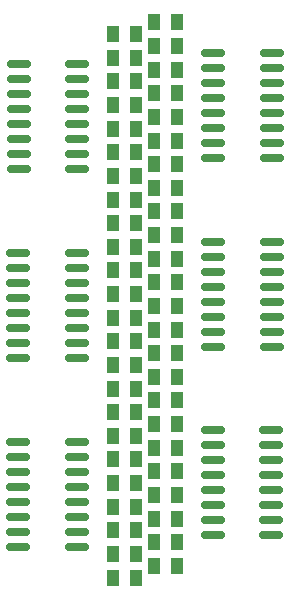
<source format=gbr>
%TF.GenerationSoftware,KiCad,Pcbnew,8.0.6*%
%TF.CreationDate,2025-01-14T16:55:08+01:00*%
%TF.ProjectId,Receptor Laser,52656365-7074-46f7-9220-4c617365722e,rev?*%
%TF.SameCoordinates,Original*%
%TF.FileFunction,Paste,Top*%
%TF.FilePolarity,Positive*%
%FSLAX46Y46*%
G04 Gerber Fmt 4.6, Leading zero omitted, Abs format (unit mm)*
G04 Created by KiCad (PCBNEW 8.0.6) date 2025-01-14 16:55:08*
%MOMM*%
%LPD*%
G01*
G04 APERTURE LIST*
G04 Aperture macros list*
%AMRoundRect*
0 Rectangle with rounded corners*
0 $1 Rounding radius*
0 $2 $3 $4 $5 $6 $7 $8 $9 X,Y pos of 4 corners*
0 Add a 4 corners polygon primitive as box body*
4,1,4,$2,$3,$4,$5,$6,$7,$8,$9,$2,$3,0*
0 Add four circle primitives for the rounded corners*
1,1,$1+$1,$2,$3*
1,1,$1+$1,$4,$5*
1,1,$1+$1,$6,$7*
1,1,$1+$1,$8,$9*
0 Add four rect primitives between the rounded corners*
20,1,$1+$1,$2,$3,$4,$5,0*
20,1,$1+$1,$4,$5,$6,$7,0*
20,1,$1+$1,$6,$7,$8,$9,0*
20,1,$1+$1,$8,$9,$2,$3,0*%
G04 Aperture macros list end*
%ADD10R,0.990000X1.380000*%
%ADD11RoundRect,0.150000X-0.825000X-0.150000X0.825000X-0.150000X0.825000X0.150000X-0.825000X0.150000X0*%
%ADD12RoundRect,0.150000X0.825000X0.150000X-0.825000X0.150000X-0.825000X-0.150000X0.825000X-0.150000X0*%
G04 APERTURE END LIST*
D10*
%TO.C,PH43*%
X75585000Y-112282000D03*
X73655000Y-112282000D03*
%TD*%
%TO.C,PH40*%
X75585000Y-106282000D03*
X73655000Y-106282000D03*
%TD*%
%TO.C,PH11*%
X70155000Y-103282000D03*
X72085000Y-103282000D03*
%TD*%
%TO.C,PH8*%
X70155000Y-109282000D03*
X72085000Y-109282000D03*
%TD*%
%TO.C,PH2*%
X70155000Y-121282000D03*
X72085000Y-121282000D03*
%TD*%
%TO.C,PH10*%
X70155000Y-105282000D03*
X72085000Y-105282000D03*
%TD*%
%TO.C,PH27*%
X75585000Y-80282000D03*
X73655000Y-80282000D03*
%TD*%
%TO.C,PH31*%
X75585000Y-88282000D03*
X73655000Y-88282000D03*
%TD*%
%TO.C,PH34*%
X75585000Y-94282000D03*
X73655000Y-94282000D03*
%TD*%
%TO.C,PH29*%
X75585000Y-84282000D03*
X73655000Y-84282000D03*
%TD*%
%TO.C,PH20*%
X70155000Y-85282000D03*
X72085000Y-85282000D03*
%TD*%
%TO.C,PH30*%
X75585000Y-86282000D03*
X73655000Y-86282000D03*
%TD*%
%TO.C,PH17*%
X70155000Y-91282000D03*
X72085000Y-91282000D03*
%TD*%
%TO.C,PH1*%
X70155000Y-123282000D03*
X72085000Y-123282000D03*
%TD*%
D11*
%TO.C,ADC5*%
X78645000Y-94837000D03*
X78645000Y-96107000D03*
X78645000Y-97377000D03*
X78645000Y-98647000D03*
X78645000Y-99917000D03*
X78645000Y-101187000D03*
X78645000Y-102457000D03*
X78645000Y-103727000D03*
X83595000Y-103727000D03*
X83595000Y-102457000D03*
X83595000Y-101187000D03*
X83595000Y-99917000D03*
X83595000Y-98647000D03*
X83595000Y-97377000D03*
X83595000Y-96107000D03*
X83595000Y-94837000D03*
%TD*%
D10*
%TO.C,PH4*%
X70155000Y-117282000D03*
X72085000Y-117282000D03*
%TD*%
%TO.C,PH39*%
X75585000Y-104282000D03*
X73655000Y-104282000D03*
%TD*%
%TO.C,PH47*%
X75585000Y-120282000D03*
X73655000Y-120282000D03*
%TD*%
%TO.C,PH36*%
X75585000Y-98282000D03*
X73655000Y-98282000D03*
%TD*%
%TO.C,PH28*%
X75585000Y-82282000D03*
X73655000Y-82282000D03*
%TD*%
%TO.C,PH3*%
X70155000Y-119282000D03*
X72085000Y-119282000D03*
%TD*%
%TO.C,PH26*%
X75550000Y-78282000D03*
X73620000Y-78282000D03*
%TD*%
%TO.C,PH12*%
X70155000Y-101282000D03*
X72085000Y-101282000D03*
%TD*%
D12*
%TO.C,ADC1*%
X67095000Y-120727000D03*
X67095000Y-119457000D03*
X67095000Y-118187000D03*
X67095000Y-116917000D03*
X67095000Y-115647000D03*
X67095000Y-114377000D03*
X67095000Y-113107000D03*
X67095000Y-111837000D03*
X62145000Y-111837000D03*
X62145000Y-113107000D03*
X62145000Y-114377000D03*
X62145000Y-115647000D03*
X62145000Y-116917000D03*
X62145000Y-118187000D03*
X62145000Y-119457000D03*
X62145000Y-120727000D03*
%TD*%
D10*
%TO.C,PH13*%
X70155000Y-99282000D03*
X72085000Y-99282000D03*
%TD*%
%TO.C,PH6*%
X70155000Y-113282000D03*
X72085000Y-113282000D03*
%TD*%
%TO.C,PH32*%
X75585000Y-90282000D03*
X73655000Y-90282000D03*
%TD*%
%TO.C,PH24*%
X70155000Y-77282000D03*
X72085000Y-77282000D03*
%TD*%
%TO.C,PH5*%
X70155000Y-115282000D03*
X72085000Y-115282000D03*
%TD*%
%TO.C,PH19*%
X70155000Y-87282000D03*
X72085000Y-87282000D03*
%TD*%
%TO.C,PH14*%
X70155000Y-97282000D03*
X72085000Y-97282000D03*
%TD*%
%TO.C,PH16*%
X70155000Y-93282000D03*
X72085000Y-93282000D03*
%TD*%
D11*
%TO.C,ADC6*%
X78620000Y-110782000D03*
X78620000Y-112052000D03*
X78620000Y-113322000D03*
X78620000Y-114592000D03*
X78620000Y-115862000D03*
X78620000Y-117132000D03*
X78620000Y-118402000D03*
X78620000Y-119672000D03*
X83570000Y-119672000D03*
X83570000Y-118402000D03*
X83570000Y-117132000D03*
X83570000Y-115862000D03*
X83570000Y-114592000D03*
X83570000Y-113322000D03*
X83570000Y-112052000D03*
X83570000Y-110782000D03*
%TD*%
D10*
%TO.C,PH42*%
X75585000Y-110282000D03*
X73655000Y-110282000D03*
%TD*%
D11*
%TO.C,ADC4*%
X78645000Y-78837000D03*
X78645000Y-80107000D03*
X78645000Y-81377000D03*
X78645000Y-82647000D03*
X78645000Y-83917000D03*
X78645000Y-85187000D03*
X78645000Y-86457000D03*
X78645000Y-87727000D03*
X83595000Y-87727000D03*
X83595000Y-86457000D03*
X83595000Y-85187000D03*
X83595000Y-83917000D03*
X83595000Y-82647000D03*
X83595000Y-81377000D03*
X83595000Y-80107000D03*
X83595000Y-78837000D03*
%TD*%
D10*
%TO.C,PH35*%
X75585000Y-96282000D03*
X73655000Y-96282000D03*
%TD*%
%TO.C,PH48*%
X75585000Y-122282000D03*
X73655000Y-122282000D03*
%TD*%
%TO.C,PH41*%
X75585000Y-108282000D03*
X73655000Y-108282000D03*
%TD*%
%TO.C,PH38*%
X75585000Y-102282000D03*
X73655000Y-102282000D03*
%TD*%
%TO.C,PH25*%
X75585000Y-76282000D03*
X73655000Y-76282000D03*
%TD*%
%TO.C,PH21*%
X70155000Y-83282000D03*
X72085000Y-83282000D03*
%TD*%
%TO.C,PH15*%
X70155000Y-95282000D03*
X72085000Y-95282000D03*
%TD*%
D12*
%TO.C,ADC3*%
X67120000Y-88727000D03*
X67120000Y-87457000D03*
X67120000Y-86187000D03*
X67120000Y-84917000D03*
X67120000Y-83647000D03*
X67120000Y-82377000D03*
X67120000Y-81107000D03*
X67120000Y-79837000D03*
X62170000Y-79837000D03*
X62170000Y-81107000D03*
X62170000Y-82377000D03*
X62170000Y-83647000D03*
X62170000Y-84917000D03*
X62170000Y-86187000D03*
X62170000Y-87457000D03*
X62170000Y-88727000D03*
%TD*%
D10*
%TO.C,PH44*%
X75585000Y-114282000D03*
X73655000Y-114282000D03*
%TD*%
%TO.C,PH7*%
X70155000Y-111282000D03*
X72085000Y-111282000D03*
%TD*%
%TO.C,PH18*%
X70155000Y-89282000D03*
X72085000Y-89282000D03*
%TD*%
%TO.C,PH37*%
X75585000Y-100282000D03*
X73655000Y-100282000D03*
%TD*%
%TO.C,PH46*%
X75585000Y-118282000D03*
X73655000Y-118282000D03*
%TD*%
%TO.C,PH22*%
X70155000Y-81282000D03*
X72085000Y-81282000D03*
%TD*%
%TO.C,PH23*%
X70155000Y-79282000D03*
X72085000Y-79282000D03*
%TD*%
%TO.C,PH9*%
X70155000Y-107282000D03*
X72085000Y-107282000D03*
%TD*%
%TO.C,PH45*%
X75550000Y-116282000D03*
X73620000Y-116282000D03*
%TD*%
%TO.C,PH33*%
X75585000Y-92282000D03*
X73655000Y-92282000D03*
%TD*%
D12*
%TO.C,ADC2*%
X67095000Y-104727000D03*
X67095000Y-103457000D03*
X67095000Y-102187000D03*
X67095000Y-100917000D03*
X67095000Y-99647000D03*
X67095000Y-98377000D03*
X67095000Y-97107000D03*
X67095000Y-95837000D03*
X62145000Y-95837000D03*
X62145000Y-97107000D03*
X62145000Y-98377000D03*
X62145000Y-99647000D03*
X62145000Y-100917000D03*
X62145000Y-102187000D03*
X62145000Y-103457000D03*
X62145000Y-104727000D03*
%TD*%
M02*

</source>
